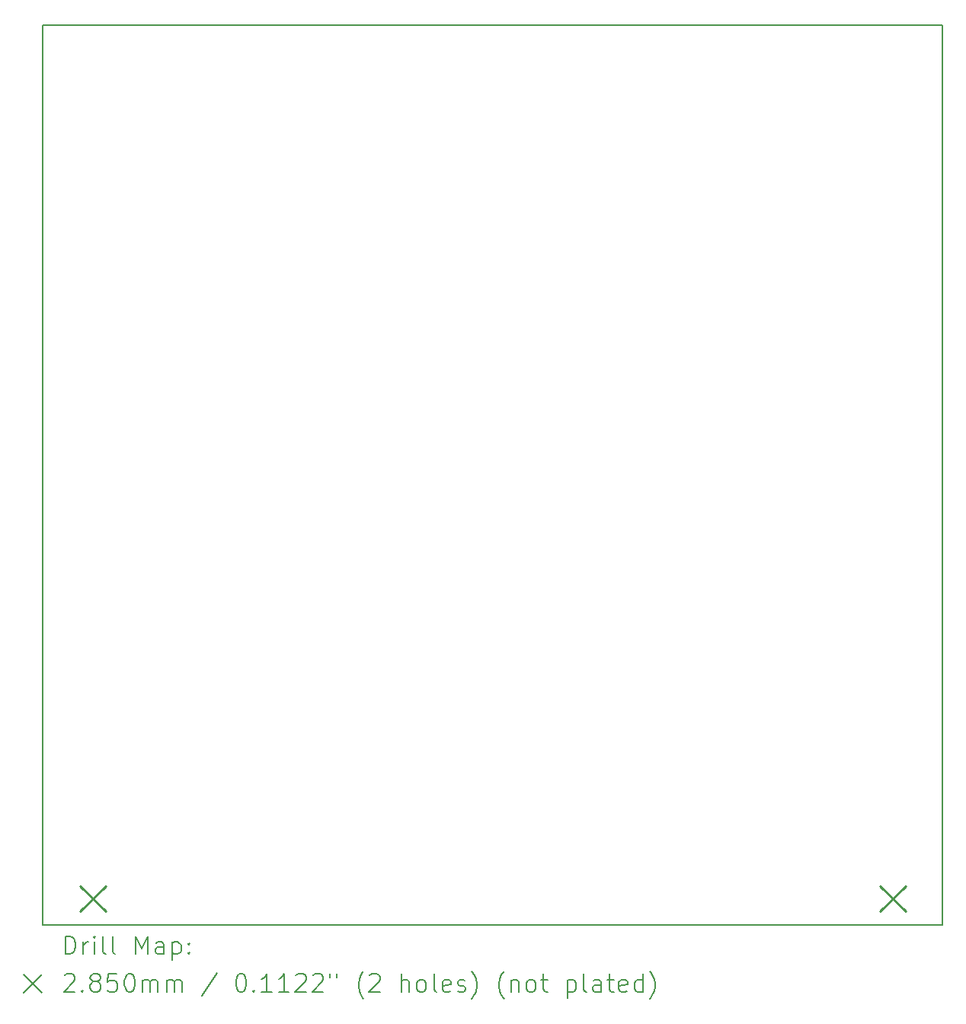
<source format=gbr>
%TF.GenerationSoftware,KiCad,Pcbnew,7.0.5*%
%TF.CreationDate,2024-01-19T11:40:46-07:00*%
%TF.ProjectId,cpu_board,6370755f-626f-4617-9264-2e6b69636164,rev?*%
%TF.SameCoordinates,Original*%
%TF.FileFunction,Drillmap*%
%TF.FilePolarity,Positive*%
%FSLAX45Y45*%
G04 Gerber Fmt 4.5, Leading zero omitted, Abs format (unit mm)*
G04 Created by KiCad (PCBNEW 7.0.5) date 2024-01-19 11:40:46*
%MOMM*%
%LPD*%
G01*
G04 APERTURE LIST*
%ADD10C,0.200000*%
%ADD11C,0.285000*%
G04 APERTURE END LIST*
D10*
X5750000Y-6600000D02*
X15750000Y-6600000D01*
X15750000Y-16600000D01*
X5750000Y-16600000D01*
X5750000Y-6600000D01*
D11*
X6165325Y-16162090D02*
X6450325Y-16447090D01*
X6450325Y-16162090D02*
X6165325Y-16447090D01*
X15055325Y-16162090D02*
X15340325Y-16447090D01*
X15340325Y-16162090D02*
X15055325Y-16447090D01*
D10*
X6000777Y-16921484D02*
X6000777Y-16721484D01*
X6000777Y-16721484D02*
X6048396Y-16721484D01*
X6048396Y-16721484D02*
X6076967Y-16731008D01*
X6076967Y-16731008D02*
X6096015Y-16750055D01*
X6096015Y-16750055D02*
X6105539Y-16769103D01*
X6105539Y-16769103D02*
X6115062Y-16807198D01*
X6115062Y-16807198D02*
X6115062Y-16835770D01*
X6115062Y-16835770D02*
X6105539Y-16873865D01*
X6105539Y-16873865D02*
X6096015Y-16892912D01*
X6096015Y-16892912D02*
X6076967Y-16911960D01*
X6076967Y-16911960D02*
X6048396Y-16921484D01*
X6048396Y-16921484D02*
X6000777Y-16921484D01*
X6200777Y-16921484D02*
X6200777Y-16788150D01*
X6200777Y-16826246D02*
X6210301Y-16807198D01*
X6210301Y-16807198D02*
X6219824Y-16797674D01*
X6219824Y-16797674D02*
X6238872Y-16788150D01*
X6238872Y-16788150D02*
X6257920Y-16788150D01*
X6324586Y-16921484D02*
X6324586Y-16788150D01*
X6324586Y-16721484D02*
X6315062Y-16731008D01*
X6315062Y-16731008D02*
X6324586Y-16740531D01*
X6324586Y-16740531D02*
X6334110Y-16731008D01*
X6334110Y-16731008D02*
X6324586Y-16721484D01*
X6324586Y-16721484D02*
X6324586Y-16740531D01*
X6448396Y-16921484D02*
X6429348Y-16911960D01*
X6429348Y-16911960D02*
X6419824Y-16892912D01*
X6419824Y-16892912D02*
X6419824Y-16721484D01*
X6553158Y-16921484D02*
X6534110Y-16911960D01*
X6534110Y-16911960D02*
X6524586Y-16892912D01*
X6524586Y-16892912D02*
X6524586Y-16721484D01*
X6781729Y-16921484D02*
X6781729Y-16721484D01*
X6781729Y-16721484D02*
X6848396Y-16864341D01*
X6848396Y-16864341D02*
X6915062Y-16721484D01*
X6915062Y-16721484D02*
X6915062Y-16921484D01*
X7096015Y-16921484D02*
X7096015Y-16816722D01*
X7096015Y-16816722D02*
X7086491Y-16797674D01*
X7086491Y-16797674D02*
X7067443Y-16788150D01*
X7067443Y-16788150D02*
X7029348Y-16788150D01*
X7029348Y-16788150D02*
X7010301Y-16797674D01*
X7096015Y-16911960D02*
X7076967Y-16921484D01*
X7076967Y-16921484D02*
X7029348Y-16921484D01*
X7029348Y-16921484D02*
X7010301Y-16911960D01*
X7010301Y-16911960D02*
X7000777Y-16892912D01*
X7000777Y-16892912D02*
X7000777Y-16873865D01*
X7000777Y-16873865D02*
X7010301Y-16854817D01*
X7010301Y-16854817D02*
X7029348Y-16845293D01*
X7029348Y-16845293D02*
X7076967Y-16845293D01*
X7076967Y-16845293D02*
X7096015Y-16835770D01*
X7191253Y-16788150D02*
X7191253Y-16988150D01*
X7191253Y-16797674D02*
X7210301Y-16788150D01*
X7210301Y-16788150D02*
X7248396Y-16788150D01*
X7248396Y-16788150D02*
X7267443Y-16797674D01*
X7267443Y-16797674D02*
X7276967Y-16807198D01*
X7276967Y-16807198D02*
X7286491Y-16826246D01*
X7286491Y-16826246D02*
X7286491Y-16883389D01*
X7286491Y-16883389D02*
X7276967Y-16902436D01*
X7276967Y-16902436D02*
X7267443Y-16911960D01*
X7267443Y-16911960D02*
X7248396Y-16921484D01*
X7248396Y-16921484D02*
X7210301Y-16921484D01*
X7210301Y-16921484D02*
X7191253Y-16911960D01*
X7372205Y-16902436D02*
X7381729Y-16911960D01*
X7381729Y-16911960D02*
X7372205Y-16921484D01*
X7372205Y-16921484D02*
X7362682Y-16911960D01*
X7362682Y-16911960D02*
X7372205Y-16902436D01*
X7372205Y-16902436D02*
X7372205Y-16921484D01*
X7372205Y-16797674D02*
X7381729Y-16807198D01*
X7381729Y-16807198D02*
X7372205Y-16816722D01*
X7372205Y-16816722D02*
X7362682Y-16807198D01*
X7362682Y-16807198D02*
X7372205Y-16797674D01*
X7372205Y-16797674D02*
X7372205Y-16816722D01*
X5540000Y-17150000D02*
X5740000Y-17350000D01*
X5740000Y-17150000D02*
X5540000Y-17350000D01*
X5991253Y-17160531D02*
X6000777Y-17151008D01*
X6000777Y-17151008D02*
X6019824Y-17141484D01*
X6019824Y-17141484D02*
X6067443Y-17141484D01*
X6067443Y-17141484D02*
X6086491Y-17151008D01*
X6086491Y-17151008D02*
X6096015Y-17160531D01*
X6096015Y-17160531D02*
X6105539Y-17179579D01*
X6105539Y-17179579D02*
X6105539Y-17198627D01*
X6105539Y-17198627D02*
X6096015Y-17227198D01*
X6096015Y-17227198D02*
X5981729Y-17341484D01*
X5981729Y-17341484D02*
X6105539Y-17341484D01*
X6191253Y-17322436D02*
X6200777Y-17331960D01*
X6200777Y-17331960D02*
X6191253Y-17341484D01*
X6191253Y-17341484D02*
X6181729Y-17331960D01*
X6181729Y-17331960D02*
X6191253Y-17322436D01*
X6191253Y-17322436D02*
X6191253Y-17341484D01*
X6315062Y-17227198D02*
X6296015Y-17217674D01*
X6296015Y-17217674D02*
X6286491Y-17208150D01*
X6286491Y-17208150D02*
X6276967Y-17189103D01*
X6276967Y-17189103D02*
X6276967Y-17179579D01*
X6276967Y-17179579D02*
X6286491Y-17160531D01*
X6286491Y-17160531D02*
X6296015Y-17151008D01*
X6296015Y-17151008D02*
X6315062Y-17141484D01*
X6315062Y-17141484D02*
X6353158Y-17141484D01*
X6353158Y-17141484D02*
X6372205Y-17151008D01*
X6372205Y-17151008D02*
X6381729Y-17160531D01*
X6381729Y-17160531D02*
X6391253Y-17179579D01*
X6391253Y-17179579D02*
X6391253Y-17189103D01*
X6391253Y-17189103D02*
X6381729Y-17208150D01*
X6381729Y-17208150D02*
X6372205Y-17217674D01*
X6372205Y-17217674D02*
X6353158Y-17227198D01*
X6353158Y-17227198D02*
X6315062Y-17227198D01*
X6315062Y-17227198D02*
X6296015Y-17236722D01*
X6296015Y-17236722D02*
X6286491Y-17246246D01*
X6286491Y-17246246D02*
X6276967Y-17265293D01*
X6276967Y-17265293D02*
X6276967Y-17303389D01*
X6276967Y-17303389D02*
X6286491Y-17322436D01*
X6286491Y-17322436D02*
X6296015Y-17331960D01*
X6296015Y-17331960D02*
X6315062Y-17341484D01*
X6315062Y-17341484D02*
X6353158Y-17341484D01*
X6353158Y-17341484D02*
X6372205Y-17331960D01*
X6372205Y-17331960D02*
X6381729Y-17322436D01*
X6381729Y-17322436D02*
X6391253Y-17303389D01*
X6391253Y-17303389D02*
X6391253Y-17265293D01*
X6391253Y-17265293D02*
X6381729Y-17246246D01*
X6381729Y-17246246D02*
X6372205Y-17236722D01*
X6372205Y-17236722D02*
X6353158Y-17227198D01*
X6572205Y-17141484D02*
X6476967Y-17141484D01*
X6476967Y-17141484D02*
X6467443Y-17236722D01*
X6467443Y-17236722D02*
X6476967Y-17227198D01*
X6476967Y-17227198D02*
X6496015Y-17217674D01*
X6496015Y-17217674D02*
X6543634Y-17217674D01*
X6543634Y-17217674D02*
X6562682Y-17227198D01*
X6562682Y-17227198D02*
X6572205Y-17236722D01*
X6572205Y-17236722D02*
X6581729Y-17255770D01*
X6581729Y-17255770D02*
X6581729Y-17303389D01*
X6581729Y-17303389D02*
X6572205Y-17322436D01*
X6572205Y-17322436D02*
X6562682Y-17331960D01*
X6562682Y-17331960D02*
X6543634Y-17341484D01*
X6543634Y-17341484D02*
X6496015Y-17341484D01*
X6496015Y-17341484D02*
X6476967Y-17331960D01*
X6476967Y-17331960D02*
X6467443Y-17322436D01*
X6705539Y-17141484D02*
X6724586Y-17141484D01*
X6724586Y-17141484D02*
X6743634Y-17151008D01*
X6743634Y-17151008D02*
X6753158Y-17160531D01*
X6753158Y-17160531D02*
X6762682Y-17179579D01*
X6762682Y-17179579D02*
X6772205Y-17217674D01*
X6772205Y-17217674D02*
X6772205Y-17265293D01*
X6772205Y-17265293D02*
X6762682Y-17303389D01*
X6762682Y-17303389D02*
X6753158Y-17322436D01*
X6753158Y-17322436D02*
X6743634Y-17331960D01*
X6743634Y-17331960D02*
X6724586Y-17341484D01*
X6724586Y-17341484D02*
X6705539Y-17341484D01*
X6705539Y-17341484D02*
X6686491Y-17331960D01*
X6686491Y-17331960D02*
X6676967Y-17322436D01*
X6676967Y-17322436D02*
X6667443Y-17303389D01*
X6667443Y-17303389D02*
X6657920Y-17265293D01*
X6657920Y-17265293D02*
X6657920Y-17217674D01*
X6657920Y-17217674D02*
X6667443Y-17179579D01*
X6667443Y-17179579D02*
X6676967Y-17160531D01*
X6676967Y-17160531D02*
X6686491Y-17151008D01*
X6686491Y-17151008D02*
X6705539Y-17141484D01*
X6857920Y-17341484D02*
X6857920Y-17208150D01*
X6857920Y-17227198D02*
X6867443Y-17217674D01*
X6867443Y-17217674D02*
X6886491Y-17208150D01*
X6886491Y-17208150D02*
X6915063Y-17208150D01*
X6915063Y-17208150D02*
X6934110Y-17217674D01*
X6934110Y-17217674D02*
X6943634Y-17236722D01*
X6943634Y-17236722D02*
X6943634Y-17341484D01*
X6943634Y-17236722D02*
X6953158Y-17217674D01*
X6953158Y-17217674D02*
X6972205Y-17208150D01*
X6972205Y-17208150D02*
X7000777Y-17208150D01*
X7000777Y-17208150D02*
X7019824Y-17217674D01*
X7019824Y-17217674D02*
X7029348Y-17236722D01*
X7029348Y-17236722D02*
X7029348Y-17341484D01*
X7124586Y-17341484D02*
X7124586Y-17208150D01*
X7124586Y-17227198D02*
X7134110Y-17217674D01*
X7134110Y-17217674D02*
X7153158Y-17208150D01*
X7153158Y-17208150D02*
X7181729Y-17208150D01*
X7181729Y-17208150D02*
X7200777Y-17217674D01*
X7200777Y-17217674D02*
X7210301Y-17236722D01*
X7210301Y-17236722D02*
X7210301Y-17341484D01*
X7210301Y-17236722D02*
X7219824Y-17217674D01*
X7219824Y-17217674D02*
X7238872Y-17208150D01*
X7238872Y-17208150D02*
X7267443Y-17208150D01*
X7267443Y-17208150D02*
X7286491Y-17217674D01*
X7286491Y-17217674D02*
X7296015Y-17236722D01*
X7296015Y-17236722D02*
X7296015Y-17341484D01*
X7686491Y-17131960D02*
X7515063Y-17389103D01*
X7943634Y-17141484D02*
X7962682Y-17141484D01*
X7962682Y-17141484D02*
X7981729Y-17151008D01*
X7981729Y-17151008D02*
X7991253Y-17160531D01*
X7991253Y-17160531D02*
X8000777Y-17179579D01*
X8000777Y-17179579D02*
X8010301Y-17217674D01*
X8010301Y-17217674D02*
X8010301Y-17265293D01*
X8010301Y-17265293D02*
X8000777Y-17303389D01*
X8000777Y-17303389D02*
X7991253Y-17322436D01*
X7991253Y-17322436D02*
X7981729Y-17331960D01*
X7981729Y-17331960D02*
X7962682Y-17341484D01*
X7962682Y-17341484D02*
X7943634Y-17341484D01*
X7943634Y-17341484D02*
X7924586Y-17331960D01*
X7924586Y-17331960D02*
X7915063Y-17322436D01*
X7915063Y-17322436D02*
X7905539Y-17303389D01*
X7905539Y-17303389D02*
X7896015Y-17265293D01*
X7896015Y-17265293D02*
X7896015Y-17217674D01*
X7896015Y-17217674D02*
X7905539Y-17179579D01*
X7905539Y-17179579D02*
X7915063Y-17160531D01*
X7915063Y-17160531D02*
X7924586Y-17151008D01*
X7924586Y-17151008D02*
X7943634Y-17141484D01*
X8096015Y-17322436D02*
X8105539Y-17331960D01*
X8105539Y-17331960D02*
X8096015Y-17341484D01*
X8096015Y-17341484D02*
X8086491Y-17331960D01*
X8086491Y-17331960D02*
X8096015Y-17322436D01*
X8096015Y-17322436D02*
X8096015Y-17341484D01*
X8296015Y-17341484D02*
X8181729Y-17341484D01*
X8238872Y-17341484D02*
X8238872Y-17141484D01*
X8238872Y-17141484D02*
X8219825Y-17170055D01*
X8219825Y-17170055D02*
X8200777Y-17189103D01*
X8200777Y-17189103D02*
X8181729Y-17198627D01*
X8486491Y-17341484D02*
X8372206Y-17341484D01*
X8429348Y-17341484D02*
X8429348Y-17141484D01*
X8429348Y-17141484D02*
X8410301Y-17170055D01*
X8410301Y-17170055D02*
X8391253Y-17189103D01*
X8391253Y-17189103D02*
X8372206Y-17198627D01*
X8562682Y-17160531D02*
X8572206Y-17151008D01*
X8572206Y-17151008D02*
X8591253Y-17141484D01*
X8591253Y-17141484D02*
X8638872Y-17141484D01*
X8638872Y-17141484D02*
X8657920Y-17151008D01*
X8657920Y-17151008D02*
X8667444Y-17160531D01*
X8667444Y-17160531D02*
X8676968Y-17179579D01*
X8676968Y-17179579D02*
X8676968Y-17198627D01*
X8676968Y-17198627D02*
X8667444Y-17227198D01*
X8667444Y-17227198D02*
X8553158Y-17341484D01*
X8553158Y-17341484D02*
X8676968Y-17341484D01*
X8753158Y-17160531D02*
X8762682Y-17151008D01*
X8762682Y-17151008D02*
X8781729Y-17141484D01*
X8781729Y-17141484D02*
X8829349Y-17141484D01*
X8829349Y-17141484D02*
X8848396Y-17151008D01*
X8848396Y-17151008D02*
X8857920Y-17160531D01*
X8857920Y-17160531D02*
X8867444Y-17179579D01*
X8867444Y-17179579D02*
X8867444Y-17198627D01*
X8867444Y-17198627D02*
X8857920Y-17227198D01*
X8857920Y-17227198D02*
X8743634Y-17341484D01*
X8743634Y-17341484D02*
X8867444Y-17341484D01*
X8943634Y-17141484D02*
X8943634Y-17179579D01*
X9019825Y-17141484D02*
X9019825Y-17179579D01*
X9315063Y-17417674D02*
X9305539Y-17408150D01*
X9305539Y-17408150D02*
X9286491Y-17379579D01*
X9286491Y-17379579D02*
X9276968Y-17360531D01*
X9276968Y-17360531D02*
X9267444Y-17331960D01*
X9267444Y-17331960D02*
X9257920Y-17284341D01*
X9257920Y-17284341D02*
X9257920Y-17246246D01*
X9257920Y-17246246D02*
X9267444Y-17198627D01*
X9267444Y-17198627D02*
X9276968Y-17170055D01*
X9276968Y-17170055D02*
X9286491Y-17151008D01*
X9286491Y-17151008D02*
X9305539Y-17122436D01*
X9305539Y-17122436D02*
X9315063Y-17112912D01*
X9381730Y-17160531D02*
X9391253Y-17151008D01*
X9391253Y-17151008D02*
X9410301Y-17141484D01*
X9410301Y-17141484D02*
X9457920Y-17141484D01*
X9457920Y-17141484D02*
X9476968Y-17151008D01*
X9476968Y-17151008D02*
X9486491Y-17160531D01*
X9486491Y-17160531D02*
X9496015Y-17179579D01*
X9496015Y-17179579D02*
X9496015Y-17198627D01*
X9496015Y-17198627D02*
X9486491Y-17227198D01*
X9486491Y-17227198D02*
X9372206Y-17341484D01*
X9372206Y-17341484D02*
X9496015Y-17341484D01*
X9734111Y-17341484D02*
X9734111Y-17141484D01*
X9819825Y-17341484D02*
X9819825Y-17236722D01*
X9819825Y-17236722D02*
X9810301Y-17217674D01*
X9810301Y-17217674D02*
X9791253Y-17208150D01*
X9791253Y-17208150D02*
X9762682Y-17208150D01*
X9762682Y-17208150D02*
X9743634Y-17217674D01*
X9743634Y-17217674D02*
X9734111Y-17227198D01*
X9943634Y-17341484D02*
X9924587Y-17331960D01*
X9924587Y-17331960D02*
X9915063Y-17322436D01*
X9915063Y-17322436D02*
X9905539Y-17303389D01*
X9905539Y-17303389D02*
X9905539Y-17246246D01*
X9905539Y-17246246D02*
X9915063Y-17227198D01*
X9915063Y-17227198D02*
X9924587Y-17217674D01*
X9924587Y-17217674D02*
X9943634Y-17208150D01*
X9943634Y-17208150D02*
X9972206Y-17208150D01*
X9972206Y-17208150D02*
X9991253Y-17217674D01*
X9991253Y-17217674D02*
X10000777Y-17227198D01*
X10000777Y-17227198D02*
X10010301Y-17246246D01*
X10010301Y-17246246D02*
X10010301Y-17303389D01*
X10010301Y-17303389D02*
X10000777Y-17322436D01*
X10000777Y-17322436D02*
X9991253Y-17331960D01*
X9991253Y-17331960D02*
X9972206Y-17341484D01*
X9972206Y-17341484D02*
X9943634Y-17341484D01*
X10124587Y-17341484D02*
X10105539Y-17331960D01*
X10105539Y-17331960D02*
X10096015Y-17312912D01*
X10096015Y-17312912D02*
X10096015Y-17141484D01*
X10276968Y-17331960D02*
X10257920Y-17341484D01*
X10257920Y-17341484D02*
X10219825Y-17341484D01*
X10219825Y-17341484D02*
X10200777Y-17331960D01*
X10200777Y-17331960D02*
X10191253Y-17312912D01*
X10191253Y-17312912D02*
X10191253Y-17236722D01*
X10191253Y-17236722D02*
X10200777Y-17217674D01*
X10200777Y-17217674D02*
X10219825Y-17208150D01*
X10219825Y-17208150D02*
X10257920Y-17208150D01*
X10257920Y-17208150D02*
X10276968Y-17217674D01*
X10276968Y-17217674D02*
X10286492Y-17236722D01*
X10286492Y-17236722D02*
X10286492Y-17255770D01*
X10286492Y-17255770D02*
X10191253Y-17274817D01*
X10362682Y-17331960D02*
X10381730Y-17341484D01*
X10381730Y-17341484D02*
X10419825Y-17341484D01*
X10419825Y-17341484D02*
X10438873Y-17331960D01*
X10438873Y-17331960D02*
X10448396Y-17312912D01*
X10448396Y-17312912D02*
X10448396Y-17303389D01*
X10448396Y-17303389D02*
X10438873Y-17284341D01*
X10438873Y-17284341D02*
X10419825Y-17274817D01*
X10419825Y-17274817D02*
X10391253Y-17274817D01*
X10391253Y-17274817D02*
X10372206Y-17265293D01*
X10372206Y-17265293D02*
X10362682Y-17246246D01*
X10362682Y-17246246D02*
X10362682Y-17236722D01*
X10362682Y-17236722D02*
X10372206Y-17217674D01*
X10372206Y-17217674D02*
X10391253Y-17208150D01*
X10391253Y-17208150D02*
X10419825Y-17208150D01*
X10419825Y-17208150D02*
X10438873Y-17217674D01*
X10515063Y-17417674D02*
X10524587Y-17408150D01*
X10524587Y-17408150D02*
X10543634Y-17379579D01*
X10543634Y-17379579D02*
X10553158Y-17360531D01*
X10553158Y-17360531D02*
X10562682Y-17331960D01*
X10562682Y-17331960D02*
X10572206Y-17284341D01*
X10572206Y-17284341D02*
X10572206Y-17246246D01*
X10572206Y-17246246D02*
X10562682Y-17198627D01*
X10562682Y-17198627D02*
X10553158Y-17170055D01*
X10553158Y-17170055D02*
X10543634Y-17151008D01*
X10543634Y-17151008D02*
X10524587Y-17122436D01*
X10524587Y-17122436D02*
X10515063Y-17112912D01*
X10876968Y-17417674D02*
X10867444Y-17408150D01*
X10867444Y-17408150D02*
X10848396Y-17379579D01*
X10848396Y-17379579D02*
X10838873Y-17360531D01*
X10838873Y-17360531D02*
X10829349Y-17331960D01*
X10829349Y-17331960D02*
X10819825Y-17284341D01*
X10819825Y-17284341D02*
X10819825Y-17246246D01*
X10819825Y-17246246D02*
X10829349Y-17198627D01*
X10829349Y-17198627D02*
X10838873Y-17170055D01*
X10838873Y-17170055D02*
X10848396Y-17151008D01*
X10848396Y-17151008D02*
X10867444Y-17122436D01*
X10867444Y-17122436D02*
X10876968Y-17112912D01*
X10953158Y-17208150D02*
X10953158Y-17341484D01*
X10953158Y-17227198D02*
X10962682Y-17217674D01*
X10962682Y-17217674D02*
X10981730Y-17208150D01*
X10981730Y-17208150D02*
X11010301Y-17208150D01*
X11010301Y-17208150D02*
X11029349Y-17217674D01*
X11029349Y-17217674D02*
X11038873Y-17236722D01*
X11038873Y-17236722D02*
X11038873Y-17341484D01*
X11162682Y-17341484D02*
X11143634Y-17331960D01*
X11143634Y-17331960D02*
X11134111Y-17322436D01*
X11134111Y-17322436D02*
X11124587Y-17303389D01*
X11124587Y-17303389D02*
X11124587Y-17246246D01*
X11124587Y-17246246D02*
X11134111Y-17227198D01*
X11134111Y-17227198D02*
X11143634Y-17217674D01*
X11143634Y-17217674D02*
X11162682Y-17208150D01*
X11162682Y-17208150D02*
X11191253Y-17208150D01*
X11191253Y-17208150D02*
X11210301Y-17217674D01*
X11210301Y-17217674D02*
X11219825Y-17227198D01*
X11219825Y-17227198D02*
X11229349Y-17246246D01*
X11229349Y-17246246D02*
X11229349Y-17303389D01*
X11229349Y-17303389D02*
X11219825Y-17322436D01*
X11219825Y-17322436D02*
X11210301Y-17331960D01*
X11210301Y-17331960D02*
X11191253Y-17341484D01*
X11191253Y-17341484D02*
X11162682Y-17341484D01*
X11286492Y-17208150D02*
X11362682Y-17208150D01*
X11315063Y-17141484D02*
X11315063Y-17312912D01*
X11315063Y-17312912D02*
X11324587Y-17331960D01*
X11324587Y-17331960D02*
X11343634Y-17341484D01*
X11343634Y-17341484D02*
X11362682Y-17341484D01*
X11581730Y-17208150D02*
X11581730Y-17408150D01*
X11581730Y-17217674D02*
X11600777Y-17208150D01*
X11600777Y-17208150D02*
X11638873Y-17208150D01*
X11638873Y-17208150D02*
X11657920Y-17217674D01*
X11657920Y-17217674D02*
X11667444Y-17227198D01*
X11667444Y-17227198D02*
X11676968Y-17246246D01*
X11676968Y-17246246D02*
X11676968Y-17303389D01*
X11676968Y-17303389D02*
X11667444Y-17322436D01*
X11667444Y-17322436D02*
X11657920Y-17331960D01*
X11657920Y-17331960D02*
X11638873Y-17341484D01*
X11638873Y-17341484D02*
X11600777Y-17341484D01*
X11600777Y-17341484D02*
X11581730Y-17331960D01*
X11791253Y-17341484D02*
X11772206Y-17331960D01*
X11772206Y-17331960D02*
X11762682Y-17312912D01*
X11762682Y-17312912D02*
X11762682Y-17141484D01*
X11953158Y-17341484D02*
X11953158Y-17236722D01*
X11953158Y-17236722D02*
X11943634Y-17217674D01*
X11943634Y-17217674D02*
X11924587Y-17208150D01*
X11924587Y-17208150D02*
X11886492Y-17208150D01*
X11886492Y-17208150D02*
X11867444Y-17217674D01*
X11953158Y-17331960D02*
X11934111Y-17341484D01*
X11934111Y-17341484D02*
X11886492Y-17341484D01*
X11886492Y-17341484D02*
X11867444Y-17331960D01*
X11867444Y-17331960D02*
X11857920Y-17312912D01*
X11857920Y-17312912D02*
X11857920Y-17293865D01*
X11857920Y-17293865D02*
X11867444Y-17274817D01*
X11867444Y-17274817D02*
X11886492Y-17265293D01*
X11886492Y-17265293D02*
X11934111Y-17265293D01*
X11934111Y-17265293D02*
X11953158Y-17255770D01*
X12019825Y-17208150D02*
X12096015Y-17208150D01*
X12048396Y-17141484D02*
X12048396Y-17312912D01*
X12048396Y-17312912D02*
X12057920Y-17331960D01*
X12057920Y-17331960D02*
X12076968Y-17341484D01*
X12076968Y-17341484D02*
X12096015Y-17341484D01*
X12238873Y-17331960D02*
X12219825Y-17341484D01*
X12219825Y-17341484D02*
X12181730Y-17341484D01*
X12181730Y-17341484D02*
X12162682Y-17331960D01*
X12162682Y-17331960D02*
X12153158Y-17312912D01*
X12153158Y-17312912D02*
X12153158Y-17236722D01*
X12153158Y-17236722D02*
X12162682Y-17217674D01*
X12162682Y-17217674D02*
X12181730Y-17208150D01*
X12181730Y-17208150D02*
X12219825Y-17208150D01*
X12219825Y-17208150D02*
X12238873Y-17217674D01*
X12238873Y-17217674D02*
X12248396Y-17236722D01*
X12248396Y-17236722D02*
X12248396Y-17255770D01*
X12248396Y-17255770D02*
X12153158Y-17274817D01*
X12419825Y-17341484D02*
X12419825Y-17141484D01*
X12419825Y-17331960D02*
X12400777Y-17341484D01*
X12400777Y-17341484D02*
X12362682Y-17341484D01*
X12362682Y-17341484D02*
X12343634Y-17331960D01*
X12343634Y-17331960D02*
X12334111Y-17322436D01*
X12334111Y-17322436D02*
X12324587Y-17303389D01*
X12324587Y-17303389D02*
X12324587Y-17246246D01*
X12324587Y-17246246D02*
X12334111Y-17227198D01*
X12334111Y-17227198D02*
X12343634Y-17217674D01*
X12343634Y-17217674D02*
X12362682Y-17208150D01*
X12362682Y-17208150D02*
X12400777Y-17208150D01*
X12400777Y-17208150D02*
X12419825Y-17217674D01*
X12496015Y-17417674D02*
X12505539Y-17408150D01*
X12505539Y-17408150D02*
X12524587Y-17379579D01*
X12524587Y-17379579D02*
X12534111Y-17360531D01*
X12534111Y-17360531D02*
X12543634Y-17331960D01*
X12543634Y-17331960D02*
X12553158Y-17284341D01*
X12553158Y-17284341D02*
X12553158Y-17246246D01*
X12553158Y-17246246D02*
X12543634Y-17198627D01*
X12543634Y-17198627D02*
X12534111Y-17170055D01*
X12534111Y-17170055D02*
X12524587Y-17151008D01*
X12524587Y-17151008D02*
X12505539Y-17122436D01*
X12505539Y-17122436D02*
X12496015Y-17112912D01*
M02*

</source>
